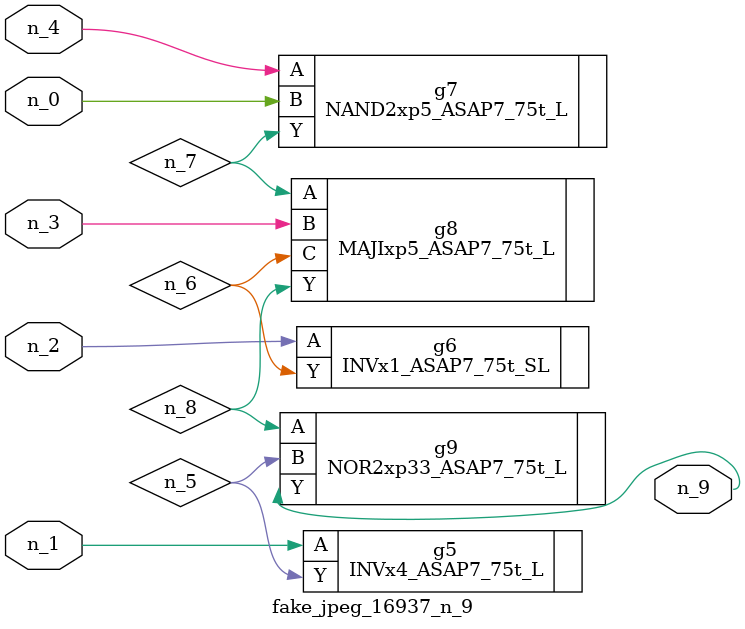
<source format=v>
module fake_jpeg_16937_n_9 (n_3, n_2, n_1, n_0, n_4, n_9);

input n_3;
input n_2;
input n_1;
input n_0;
input n_4;

output n_9;

wire n_8;
wire n_6;
wire n_5;
wire n_7;

INVx4_ASAP7_75t_L g5 ( 
.A(n_1),
.Y(n_5)
);

INVx1_ASAP7_75t_SL g6 ( 
.A(n_2),
.Y(n_6)
);

NAND2xp5_ASAP7_75t_L g7 ( 
.A(n_4),
.B(n_0),
.Y(n_7)
);

MAJIxp5_ASAP7_75t_L g8 ( 
.A(n_7),
.B(n_3),
.C(n_6),
.Y(n_8)
);

NOR2xp33_ASAP7_75t_L g9 ( 
.A(n_8),
.B(n_5),
.Y(n_9)
);


endmodule
</source>
